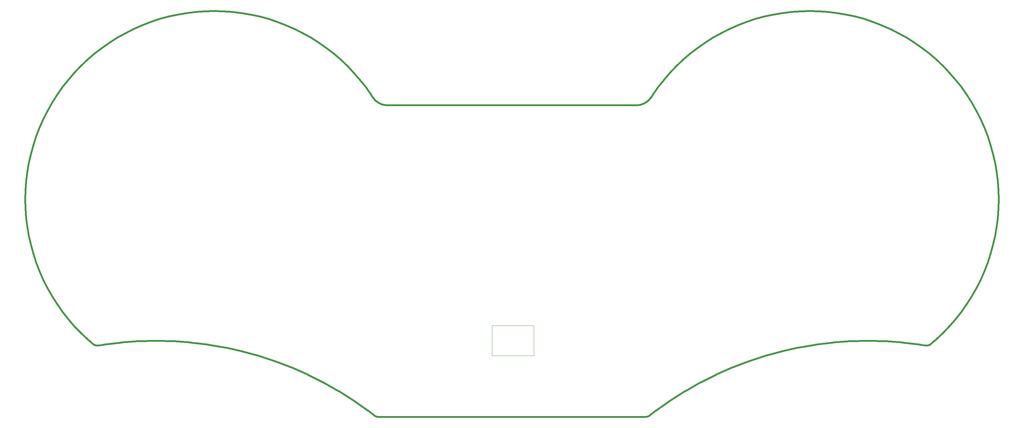
<source format=gbr>
%TF.GenerationSoftware,KiCad,Pcbnew,7.0.8*%
%TF.CreationDate,2023-10-18T22:01:13+02:00*%
%TF.ProjectId,acacia-2,61636163-6961-42d3-922e-6b696361645f,rev?*%
%TF.SameCoordinates,Original*%
%TF.FileFunction,Profile,NP*%
%FSLAX46Y46*%
G04 Gerber Fmt 4.6, Leading zero omitted, Abs format (unit mm)*
G04 Created by KiCad (PCBNEW 7.0.8) date 2023-10-18 22:01:13*
%MOMM*%
%LPD*%
G01*
G04 APERTURE LIST*
%TA.AperFunction,Profile*%
%ADD10C,0.100000*%
%TD*%
%TA.AperFunction,Profile*%
%ADD11C,0.500000*%
%TD*%
G04 APERTURE END LIST*
D10*
X163500000Y-115250000D02*
X152000000Y-115250000D01*
X152000000Y-107000000D01*
X163500000Y-107000000D01*
X163500000Y-115250000D01*
D11*
X242031399Y-20262996D02*
X244576611Y-20451000D01*
X247109906Y-20762996D01*
X249624310Y-21200008D01*
X252114804Y-21758999D01*
X254574216Y-22439998D01*
X256997799Y-23240001D01*
X259379010Y-24159008D01*
X261712002Y-25193004D01*
X263992001Y-26340007D01*
X266212002Y-27598003D01*
X268369015Y-28964000D01*
X270455014Y-30432994D01*
X272468014Y-32003994D01*
X274400006Y-33671001D01*
X276248013Y-35430996D01*
X278008008Y-37279003D01*
X279675000Y-39210995D01*
X281245984Y-41223995D01*
X282714978Y-43309993D01*
X284081006Y-45467006D01*
X285339001Y-47687008D01*
X286485974Y-49966999D01*
X287519970Y-52299999D01*
X288438977Y-54681003D01*
X289238995Y-57104999D01*
X289919995Y-59563999D01*
X290478985Y-62055004D01*
X290915997Y-64569004D01*
X291227978Y-67102001D01*
X291415997Y-69647999D01*
X291477978Y-72199001D01*
X291415997Y-74750003D01*
X291227978Y-77295604D01*
X290915997Y-79828899D01*
X290478985Y-82343303D01*
X289919995Y-84833805D01*
X289238995Y-87293300D01*
X288438977Y-89716800D01*
X287519970Y-92097904D01*
X286485974Y-94431202D01*
X285339001Y-96710903D01*
X284081006Y-98931499D01*
X282714978Y-101087902D01*
X281245984Y-103174404D01*
X279675000Y-105186504D01*
X278008008Y-107119098D01*
X276248013Y-108967502D01*
X274400006Y-110727299D01*
X272840008Y-112072597D01*
X272762997Y-112132702D01*
X272683011Y-112189304D01*
X272600003Y-112241901D01*
X272515011Y-112290096D01*
X272426999Y-112334301D01*
X272337002Y-112374096D01*
X272245999Y-112409404D01*
X272153012Y-112440105D01*
X272058011Y-112466304D01*
X271962002Y-112487804D01*
X271866009Y-112504497D01*
X271769009Y-112516506D01*
X271670010Y-112523800D01*
X271573010Y-112526203D01*
X271475003Y-112523800D01*
X271377011Y-112516506D01*
X271279019Y-112504497D01*
X269981015Y-112279201D01*
X269738003Y-112243206D01*
X265208005Y-111684398D01*
X264964017Y-111660404D01*
X260411007Y-111324604D01*
X260166012Y-111312603D01*
X255602719Y-111200504D01*
X255357297Y-111200504D01*
X250793805Y-111312603D01*
X250548810Y-111324604D01*
X245996518Y-111660404D01*
X245752209Y-111684398D01*
X241222211Y-112243099D01*
X240979397Y-112279201D01*
X236481808Y-113059597D01*
X236241116Y-113107502D01*
X231787198Y-114107601D01*
X231549206Y-114167202D01*
X227150006Y-115384701D01*
X226915097Y-115455898D01*
X222580807Y-116887798D01*
X222349698Y-116970402D01*
X218090909Y-118613300D01*
X217864102Y-118707203D01*
X213691312Y-120556896D01*
X213469510Y-120661800D01*
X209392010Y-122714199D01*
X209175610Y-122829906D01*
X205203808Y-125079906D01*
X204993313Y-125206096D01*
X201137204Y-127647899D01*
X200933102Y-127784298D01*
X197200909Y-130412799D01*
X197003811Y-130559002D01*
X195408307Y-131804103D01*
X195328000Y-131860698D01*
X195245007Y-131913204D01*
X195159909Y-131961498D01*
X195072201Y-132005596D01*
X194982403Y-132045406D01*
X194890713Y-132080806D01*
X194798001Y-132111400D01*
X194703305Y-132137600D01*
X194607403Y-132159099D01*
X194511105Y-132175800D01*
X194413708Y-132187801D01*
X194315411Y-132195102D01*
X194156399Y-132199001D01*
X120803616Y-132199001D01*
X120644612Y-132195102D01*
X120546315Y-132187801D01*
X120448918Y-132175800D01*
X120352620Y-132159099D01*
X120256718Y-132137600D01*
X120162014Y-132111400D01*
X120069310Y-132080806D01*
X119977620Y-132045406D01*
X119887814Y-132005596D01*
X119800114Y-131961498D01*
X119715016Y-131913204D01*
X119632016Y-131860698D01*
X119551716Y-131804103D01*
X117956212Y-130559002D01*
X117759114Y-130412799D01*
X114026921Y-127784298D01*
X113822819Y-127647899D01*
X109966710Y-125206096D01*
X109756215Y-125079906D01*
X105784413Y-122829906D01*
X105568013Y-122714199D01*
X101490513Y-120661800D01*
X101268712Y-120556896D01*
X97095913Y-118707203D01*
X96869115Y-118613300D01*
X92610318Y-116970402D01*
X92379216Y-116887798D01*
X88044919Y-115455898D01*
X87810017Y-115384701D01*
X83410820Y-114167202D01*
X83172822Y-114107601D01*
X78718919Y-113107502D01*
X78478219Y-113059597D01*
X73980622Y-112279201D01*
X73737816Y-112243099D01*
X69207818Y-111684398D01*
X68963517Y-111660404D01*
X64411217Y-111324604D01*
X64166222Y-111312603D01*
X59602723Y-111200504D01*
X59357316Y-111200504D01*
X54794024Y-111312603D01*
X54549021Y-111324604D01*
X49996020Y-111660404D01*
X49752024Y-111684398D01*
X45222018Y-112243206D01*
X44979022Y-112279201D01*
X43681018Y-112504497D01*
X43583018Y-112516506D01*
X43485018Y-112523800D01*
X43387019Y-112526203D01*
X43290019Y-112523800D01*
X43191020Y-112516506D01*
X43094020Y-112504497D01*
X42998019Y-112487804D01*
X42902018Y-112466304D01*
X42807025Y-112440105D01*
X42714022Y-112409404D01*
X42623019Y-112374096D01*
X42533023Y-112334301D01*
X42445018Y-112290096D01*
X42360018Y-112241901D01*
X42277018Y-112189304D01*
X42197024Y-112132702D01*
X42120020Y-112072597D01*
X40560023Y-110727299D01*
X38712024Y-108967502D01*
X36952022Y-107119098D01*
X35285022Y-105186504D01*
X33714023Y-103174404D01*
X32245021Y-101087902D01*
X30879025Y-98931499D01*
X29621021Y-96710903D01*
X28474026Y-94431202D01*
X27440030Y-92097904D01*
X26521023Y-89716800D01*
X25721020Y-87293300D01*
X25040020Y-84833805D01*
X24481030Y-82343303D01*
X24044018Y-79828899D01*
X23732022Y-77295604D01*
X23544018Y-74750003D01*
X23482022Y-72199001D01*
X23544018Y-69647999D01*
X23732022Y-67102001D01*
X24044018Y-64569004D01*
X24481030Y-62055004D01*
X25040020Y-59563999D01*
X25721020Y-57104999D01*
X26521023Y-54681003D01*
X27440030Y-52299999D01*
X28474026Y-49966999D01*
X29621021Y-47687008D01*
X30879025Y-45467006D01*
X32245021Y-43309993D01*
X33714023Y-41223995D01*
X35285022Y-39210995D01*
X36952022Y-37279003D01*
X38712024Y-35430996D01*
X40560023Y-33671001D01*
X42492022Y-32003994D01*
X44505023Y-30432994D01*
X46591021Y-28964000D01*
X48748019Y-27598003D01*
X50968020Y-26340007D01*
X53248019Y-25193004D01*
X55581017Y-24159008D01*
X57962220Y-23240001D01*
X60385819Y-22439998D01*
X62845215Y-21758999D01*
X65335717Y-21200008D01*
X67850121Y-20762996D01*
X70383416Y-20451000D01*
X72928620Y-20262996D01*
X75480019Y-20201000D01*
X78031418Y-20262996D01*
X80576623Y-20451000D01*
X83109917Y-20762996D01*
X85624322Y-21200008D01*
X88114819Y-21758999D01*
X90574315Y-22439998D01*
X92997815Y-23240001D01*
X95378911Y-24159008D01*
X97712216Y-25193004D01*
X99991917Y-26340007D01*
X102212514Y-27598003D01*
X104368916Y-28964000D01*
X106455418Y-30432994D01*
X108467518Y-32003994D01*
X110400120Y-33671001D01*
X112248517Y-35430996D01*
X114008321Y-37279003D01*
X115675313Y-39210995D01*
X117245610Y-41223995D01*
X118715314Y-43309993D01*
X119072217Y-43874004D01*
X119280415Y-44178005D01*
X119431416Y-44370998D01*
X119591710Y-44557003D01*
X119760914Y-44734997D01*
X119938710Y-44904003D01*
X120124516Y-45064006D01*
X120318013Y-45215007D01*
X120518620Y-45355999D01*
X120725911Y-45488003D01*
X120939518Y-45609005D01*
X121158711Y-45719005D01*
X121383015Y-45818004D01*
X121612019Y-45906994D01*
X121845021Y-45984005D01*
X122081517Y-46049007D01*
X122321019Y-46103008D01*
X122562817Y-46145000D01*
X122806416Y-46174999D01*
X123051114Y-46193004D01*
X123296513Y-46199001D01*
X191663510Y-46199001D01*
X192031308Y-46184994D01*
X192275601Y-46161007D01*
X192518307Y-46124996D01*
X192758999Y-46077999D01*
X192997113Y-46018001D01*
X193231900Y-45947002D01*
X193463009Y-45863994D01*
X193689709Y-45770000D01*
X193911603Y-45665004D01*
X194128003Y-45549007D01*
X194338513Y-45423000D01*
X194542599Y-45286998D01*
X194739712Y-45141002D01*
X194929410Y-44984997D01*
X195111203Y-44820003D01*
X195284802Y-44646999D01*
X195449612Y-44465008D01*
X195605313Y-44275005D01*
X195751507Y-44077999D01*
X195887814Y-43874004D01*
X196244717Y-43309993D01*
X197714413Y-41223995D01*
X199284711Y-39210995D01*
X200951703Y-37279003D01*
X202711514Y-35430996D01*
X204559903Y-33671001D01*
X206492505Y-32003994D01*
X208504605Y-30432994D01*
X210591107Y-28964000D01*
X212747510Y-27598003D01*
X214968106Y-26340007D01*
X217247800Y-25193004D01*
X219581113Y-24159008D01*
X221962216Y-23240001D01*
X224385708Y-22439998D01*
X226845212Y-21758999D01*
X229335705Y-21200008D01*
X231850110Y-20762996D01*
X234383404Y-20451000D01*
X236928616Y-20262996D01*
X239480008Y-20201000D01*
X242031399Y-20262996D01*
M02*

</source>
